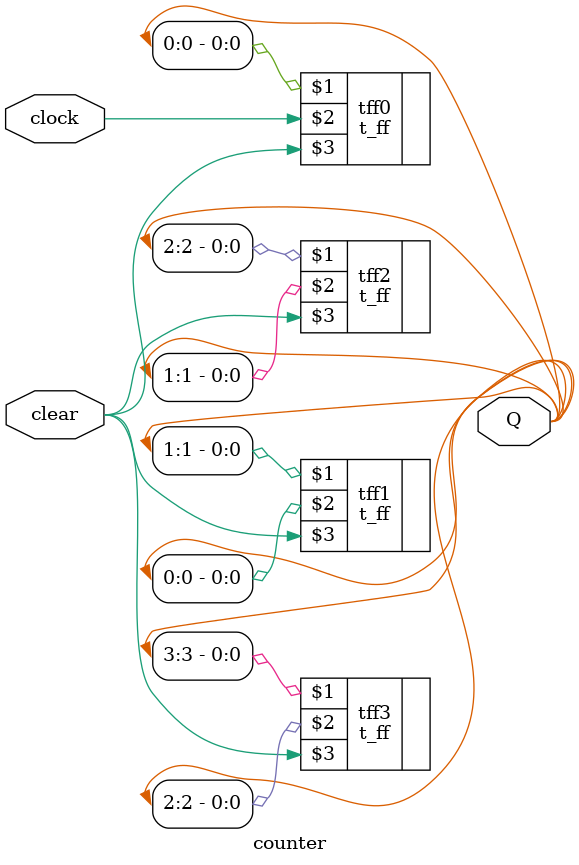
<source format=v>
module counter(Q , clock, clear);
output [3:0] Q;
input clock, clear;
// Instantiate the T flipflops
t_ff tff0(Q[0], clock, clear);
t_ff tff1(Q[1], Q[0], clear);
t_ff tff2(Q[2], Q[1], clear);
t_ff tff3(Q[3], Q[2], clear);
endmodule

</source>
